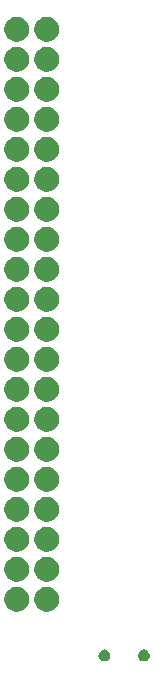
<source format=gbr>
G04 #@! TF.GenerationSoftware,KiCad,Pcbnew,5.0.2+dfsg1-1~bpo9+1*
G04 #@! TF.CreationDate,2019-10-23T09:45:10+02:00*
G04 #@! TF.ProjectId,zglue-demo-board,7a676c75-652d-4646-956d-6f2d626f6172,rev?*
G04 #@! TF.SameCoordinates,Original*
G04 #@! TF.FileFunction,Soldermask,Bot*
G04 #@! TF.FilePolarity,Negative*
%FSLAX46Y46*%
G04 Gerber Fmt 4.6, Leading zero omitted, Abs format (unit mm)*
G04 Created by KiCad (PCBNEW 5.0.2+dfsg1-1~bpo9+1) date Wed 23 Oct 2019 09:45:10 AM CEST*
%MOMM*%
%LPD*%
G01*
G04 APERTURE LIST*
%ADD10C,0.100000*%
G04 APERTURE END LIST*
D10*
G36*
X13146136Y-61393253D02*
X13237312Y-61431019D01*
X13319372Y-61485850D01*
X13389150Y-61555628D01*
X13443981Y-61637688D01*
X13481747Y-61728864D01*
X13501000Y-61825656D01*
X13501000Y-61924344D01*
X13481747Y-62021136D01*
X13443981Y-62112312D01*
X13389150Y-62194372D01*
X13319372Y-62264150D01*
X13237312Y-62318981D01*
X13146136Y-62356747D01*
X13049344Y-62376000D01*
X12950656Y-62376000D01*
X12853864Y-62356747D01*
X12762688Y-62318981D01*
X12680628Y-62264150D01*
X12610850Y-62194372D01*
X12556019Y-62112312D01*
X12518253Y-62021136D01*
X12499000Y-61924344D01*
X12499000Y-61825656D01*
X12518253Y-61728864D01*
X12556019Y-61637688D01*
X12610850Y-61555628D01*
X12680628Y-61485850D01*
X12762688Y-61431019D01*
X12853864Y-61393253D01*
X12950656Y-61374000D01*
X13049344Y-61374000D01*
X13146136Y-61393253D01*
X13146136Y-61393253D01*
G37*
G36*
X9796136Y-61393253D02*
X9887312Y-61431019D01*
X9969372Y-61485850D01*
X10039150Y-61555628D01*
X10093981Y-61637688D01*
X10131747Y-61728864D01*
X10151000Y-61825656D01*
X10151000Y-61924344D01*
X10131747Y-62021136D01*
X10093981Y-62112312D01*
X10039150Y-62194372D01*
X9969372Y-62264150D01*
X9887312Y-62318981D01*
X9796136Y-62356747D01*
X9699344Y-62376000D01*
X9600656Y-62376000D01*
X9503864Y-62356747D01*
X9412688Y-62318981D01*
X9330628Y-62264150D01*
X9260850Y-62194372D01*
X9206019Y-62112312D01*
X9168253Y-62021136D01*
X9149000Y-61924344D01*
X9149000Y-61825656D01*
X9168253Y-61728864D01*
X9206019Y-61637688D01*
X9260850Y-61555628D01*
X9330628Y-61485850D01*
X9412688Y-61431019D01*
X9503864Y-61393253D01*
X9600656Y-61374000D01*
X9699344Y-61374000D01*
X9796136Y-61393253D01*
X9796136Y-61393253D01*
G37*
G36*
X5076565Y-56119389D02*
X5267834Y-56198615D01*
X5439976Y-56313637D01*
X5586363Y-56460024D01*
X5701385Y-56632166D01*
X5780611Y-56823435D01*
X5821000Y-57026484D01*
X5821000Y-57233516D01*
X5780611Y-57436565D01*
X5701385Y-57627834D01*
X5586363Y-57799976D01*
X5439976Y-57946363D01*
X5267834Y-58061385D01*
X5076565Y-58140611D01*
X4873516Y-58181000D01*
X4666484Y-58181000D01*
X4463435Y-58140611D01*
X4272166Y-58061385D01*
X4100024Y-57946363D01*
X3953637Y-57799976D01*
X3838615Y-57627834D01*
X3759389Y-57436565D01*
X3719000Y-57233516D01*
X3719000Y-57026484D01*
X3759389Y-56823435D01*
X3838615Y-56632166D01*
X3953637Y-56460024D01*
X4100024Y-56313637D01*
X4272166Y-56198615D01*
X4463435Y-56119389D01*
X4666484Y-56079000D01*
X4873516Y-56079000D01*
X5076565Y-56119389D01*
X5076565Y-56119389D01*
G37*
G36*
X2536565Y-56119389D02*
X2727834Y-56198615D01*
X2899976Y-56313637D01*
X3046363Y-56460024D01*
X3161385Y-56632166D01*
X3240611Y-56823435D01*
X3281000Y-57026484D01*
X3281000Y-57233516D01*
X3240611Y-57436565D01*
X3161385Y-57627834D01*
X3046363Y-57799976D01*
X2899976Y-57946363D01*
X2727834Y-58061385D01*
X2536565Y-58140611D01*
X2333516Y-58181000D01*
X2126484Y-58181000D01*
X1923435Y-58140611D01*
X1732166Y-58061385D01*
X1560024Y-57946363D01*
X1413637Y-57799976D01*
X1298615Y-57627834D01*
X1219389Y-57436565D01*
X1179000Y-57233516D01*
X1179000Y-57026484D01*
X1219389Y-56823435D01*
X1298615Y-56632166D01*
X1413637Y-56460024D01*
X1560024Y-56313637D01*
X1732166Y-56198615D01*
X1923435Y-56119389D01*
X2126484Y-56079000D01*
X2333516Y-56079000D01*
X2536565Y-56119389D01*
X2536565Y-56119389D01*
G37*
G36*
X5076565Y-53579389D02*
X5267834Y-53658615D01*
X5439976Y-53773637D01*
X5586363Y-53920024D01*
X5701385Y-54092166D01*
X5780611Y-54283435D01*
X5821000Y-54486484D01*
X5821000Y-54693516D01*
X5780611Y-54896565D01*
X5701385Y-55087834D01*
X5586363Y-55259976D01*
X5439976Y-55406363D01*
X5267834Y-55521385D01*
X5076565Y-55600611D01*
X4873516Y-55641000D01*
X4666484Y-55641000D01*
X4463435Y-55600611D01*
X4272166Y-55521385D01*
X4100024Y-55406363D01*
X3953637Y-55259976D01*
X3838615Y-55087834D01*
X3759389Y-54896565D01*
X3719000Y-54693516D01*
X3719000Y-54486484D01*
X3759389Y-54283435D01*
X3838615Y-54092166D01*
X3953637Y-53920024D01*
X4100024Y-53773637D01*
X4272166Y-53658615D01*
X4463435Y-53579389D01*
X4666484Y-53539000D01*
X4873516Y-53539000D01*
X5076565Y-53579389D01*
X5076565Y-53579389D01*
G37*
G36*
X2536565Y-53579389D02*
X2727834Y-53658615D01*
X2899976Y-53773637D01*
X3046363Y-53920024D01*
X3161385Y-54092166D01*
X3240611Y-54283435D01*
X3281000Y-54486484D01*
X3281000Y-54693516D01*
X3240611Y-54896565D01*
X3161385Y-55087834D01*
X3046363Y-55259976D01*
X2899976Y-55406363D01*
X2727834Y-55521385D01*
X2536565Y-55600611D01*
X2333516Y-55641000D01*
X2126484Y-55641000D01*
X1923435Y-55600611D01*
X1732166Y-55521385D01*
X1560024Y-55406363D01*
X1413637Y-55259976D01*
X1298615Y-55087834D01*
X1219389Y-54896565D01*
X1179000Y-54693516D01*
X1179000Y-54486484D01*
X1219389Y-54283435D01*
X1298615Y-54092166D01*
X1413637Y-53920024D01*
X1560024Y-53773637D01*
X1732166Y-53658615D01*
X1923435Y-53579389D01*
X2126484Y-53539000D01*
X2333516Y-53539000D01*
X2536565Y-53579389D01*
X2536565Y-53579389D01*
G37*
G36*
X5076565Y-51039389D02*
X5267834Y-51118615D01*
X5439976Y-51233637D01*
X5586363Y-51380024D01*
X5701385Y-51552166D01*
X5780611Y-51743435D01*
X5821000Y-51946484D01*
X5821000Y-52153516D01*
X5780611Y-52356565D01*
X5701385Y-52547834D01*
X5586363Y-52719976D01*
X5439976Y-52866363D01*
X5267834Y-52981385D01*
X5076565Y-53060611D01*
X4873516Y-53101000D01*
X4666484Y-53101000D01*
X4463435Y-53060611D01*
X4272166Y-52981385D01*
X4100024Y-52866363D01*
X3953637Y-52719976D01*
X3838615Y-52547834D01*
X3759389Y-52356565D01*
X3719000Y-52153516D01*
X3719000Y-51946484D01*
X3759389Y-51743435D01*
X3838615Y-51552166D01*
X3953637Y-51380024D01*
X4100024Y-51233637D01*
X4272166Y-51118615D01*
X4463435Y-51039389D01*
X4666484Y-50999000D01*
X4873516Y-50999000D01*
X5076565Y-51039389D01*
X5076565Y-51039389D01*
G37*
G36*
X2536565Y-51039389D02*
X2727834Y-51118615D01*
X2899976Y-51233637D01*
X3046363Y-51380024D01*
X3161385Y-51552166D01*
X3240611Y-51743435D01*
X3281000Y-51946484D01*
X3281000Y-52153516D01*
X3240611Y-52356565D01*
X3161385Y-52547834D01*
X3046363Y-52719976D01*
X2899976Y-52866363D01*
X2727834Y-52981385D01*
X2536565Y-53060611D01*
X2333516Y-53101000D01*
X2126484Y-53101000D01*
X1923435Y-53060611D01*
X1732166Y-52981385D01*
X1560024Y-52866363D01*
X1413637Y-52719976D01*
X1298615Y-52547834D01*
X1219389Y-52356565D01*
X1179000Y-52153516D01*
X1179000Y-51946484D01*
X1219389Y-51743435D01*
X1298615Y-51552166D01*
X1413637Y-51380024D01*
X1560024Y-51233637D01*
X1732166Y-51118615D01*
X1923435Y-51039389D01*
X2126484Y-50999000D01*
X2333516Y-50999000D01*
X2536565Y-51039389D01*
X2536565Y-51039389D01*
G37*
G36*
X5076565Y-48499389D02*
X5267834Y-48578615D01*
X5439976Y-48693637D01*
X5586363Y-48840024D01*
X5701385Y-49012166D01*
X5780611Y-49203435D01*
X5821000Y-49406484D01*
X5821000Y-49613516D01*
X5780611Y-49816565D01*
X5701385Y-50007834D01*
X5586363Y-50179976D01*
X5439976Y-50326363D01*
X5267834Y-50441385D01*
X5076565Y-50520611D01*
X4873516Y-50561000D01*
X4666484Y-50561000D01*
X4463435Y-50520611D01*
X4272166Y-50441385D01*
X4100024Y-50326363D01*
X3953637Y-50179976D01*
X3838615Y-50007834D01*
X3759389Y-49816565D01*
X3719000Y-49613516D01*
X3719000Y-49406484D01*
X3759389Y-49203435D01*
X3838615Y-49012166D01*
X3953637Y-48840024D01*
X4100024Y-48693637D01*
X4272166Y-48578615D01*
X4463435Y-48499389D01*
X4666484Y-48459000D01*
X4873516Y-48459000D01*
X5076565Y-48499389D01*
X5076565Y-48499389D01*
G37*
G36*
X2536565Y-48499389D02*
X2727834Y-48578615D01*
X2899976Y-48693637D01*
X3046363Y-48840024D01*
X3161385Y-49012166D01*
X3240611Y-49203435D01*
X3281000Y-49406484D01*
X3281000Y-49613516D01*
X3240611Y-49816565D01*
X3161385Y-50007834D01*
X3046363Y-50179976D01*
X2899976Y-50326363D01*
X2727834Y-50441385D01*
X2536565Y-50520611D01*
X2333516Y-50561000D01*
X2126484Y-50561000D01*
X1923435Y-50520611D01*
X1732166Y-50441385D01*
X1560024Y-50326363D01*
X1413637Y-50179976D01*
X1298615Y-50007834D01*
X1219389Y-49816565D01*
X1179000Y-49613516D01*
X1179000Y-49406484D01*
X1219389Y-49203435D01*
X1298615Y-49012166D01*
X1413637Y-48840024D01*
X1560024Y-48693637D01*
X1732166Y-48578615D01*
X1923435Y-48499389D01*
X2126484Y-48459000D01*
X2333516Y-48459000D01*
X2536565Y-48499389D01*
X2536565Y-48499389D01*
G37*
G36*
X5076565Y-45959389D02*
X5267834Y-46038615D01*
X5439976Y-46153637D01*
X5586363Y-46300024D01*
X5701385Y-46472166D01*
X5780611Y-46663435D01*
X5821000Y-46866484D01*
X5821000Y-47073516D01*
X5780611Y-47276565D01*
X5701385Y-47467834D01*
X5586363Y-47639976D01*
X5439976Y-47786363D01*
X5267834Y-47901385D01*
X5076565Y-47980611D01*
X4873516Y-48021000D01*
X4666484Y-48021000D01*
X4463435Y-47980611D01*
X4272166Y-47901385D01*
X4100024Y-47786363D01*
X3953637Y-47639976D01*
X3838615Y-47467834D01*
X3759389Y-47276565D01*
X3719000Y-47073516D01*
X3719000Y-46866484D01*
X3759389Y-46663435D01*
X3838615Y-46472166D01*
X3953637Y-46300024D01*
X4100024Y-46153637D01*
X4272166Y-46038615D01*
X4463435Y-45959389D01*
X4666484Y-45919000D01*
X4873516Y-45919000D01*
X5076565Y-45959389D01*
X5076565Y-45959389D01*
G37*
G36*
X2536565Y-45959389D02*
X2727834Y-46038615D01*
X2899976Y-46153637D01*
X3046363Y-46300024D01*
X3161385Y-46472166D01*
X3240611Y-46663435D01*
X3281000Y-46866484D01*
X3281000Y-47073516D01*
X3240611Y-47276565D01*
X3161385Y-47467834D01*
X3046363Y-47639976D01*
X2899976Y-47786363D01*
X2727834Y-47901385D01*
X2536565Y-47980611D01*
X2333516Y-48021000D01*
X2126484Y-48021000D01*
X1923435Y-47980611D01*
X1732166Y-47901385D01*
X1560024Y-47786363D01*
X1413637Y-47639976D01*
X1298615Y-47467834D01*
X1219389Y-47276565D01*
X1179000Y-47073516D01*
X1179000Y-46866484D01*
X1219389Y-46663435D01*
X1298615Y-46472166D01*
X1413637Y-46300024D01*
X1560024Y-46153637D01*
X1732166Y-46038615D01*
X1923435Y-45959389D01*
X2126484Y-45919000D01*
X2333516Y-45919000D01*
X2536565Y-45959389D01*
X2536565Y-45959389D01*
G37*
G36*
X5076565Y-43419389D02*
X5267834Y-43498615D01*
X5439976Y-43613637D01*
X5586363Y-43760024D01*
X5701385Y-43932166D01*
X5780611Y-44123435D01*
X5821000Y-44326484D01*
X5821000Y-44533516D01*
X5780611Y-44736565D01*
X5701385Y-44927834D01*
X5586363Y-45099976D01*
X5439976Y-45246363D01*
X5267834Y-45361385D01*
X5076565Y-45440611D01*
X4873516Y-45481000D01*
X4666484Y-45481000D01*
X4463435Y-45440611D01*
X4272166Y-45361385D01*
X4100024Y-45246363D01*
X3953637Y-45099976D01*
X3838615Y-44927834D01*
X3759389Y-44736565D01*
X3719000Y-44533516D01*
X3719000Y-44326484D01*
X3759389Y-44123435D01*
X3838615Y-43932166D01*
X3953637Y-43760024D01*
X4100024Y-43613637D01*
X4272166Y-43498615D01*
X4463435Y-43419389D01*
X4666484Y-43379000D01*
X4873516Y-43379000D01*
X5076565Y-43419389D01*
X5076565Y-43419389D01*
G37*
G36*
X2536565Y-43419389D02*
X2727834Y-43498615D01*
X2899976Y-43613637D01*
X3046363Y-43760024D01*
X3161385Y-43932166D01*
X3240611Y-44123435D01*
X3281000Y-44326484D01*
X3281000Y-44533516D01*
X3240611Y-44736565D01*
X3161385Y-44927834D01*
X3046363Y-45099976D01*
X2899976Y-45246363D01*
X2727834Y-45361385D01*
X2536565Y-45440611D01*
X2333516Y-45481000D01*
X2126484Y-45481000D01*
X1923435Y-45440611D01*
X1732166Y-45361385D01*
X1560024Y-45246363D01*
X1413637Y-45099976D01*
X1298615Y-44927834D01*
X1219389Y-44736565D01*
X1179000Y-44533516D01*
X1179000Y-44326484D01*
X1219389Y-44123435D01*
X1298615Y-43932166D01*
X1413637Y-43760024D01*
X1560024Y-43613637D01*
X1732166Y-43498615D01*
X1923435Y-43419389D01*
X2126484Y-43379000D01*
X2333516Y-43379000D01*
X2536565Y-43419389D01*
X2536565Y-43419389D01*
G37*
G36*
X5076565Y-40879389D02*
X5267834Y-40958615D01*
X5439976Y-41073637D01*
X5586363Y-41220024D01*
X5701385Y-41392166D01*
X5780611Y-41583435D01*
X5821000Y-41786484D01*
X5821000Y-41993516D01*
X5780611Y-42196565D01*
X5701385Y-42387834D01*
X5586363Y-42559976D01*
X5439976Y-42706363D01*
X5267834Y-42821385D01*
X5076565Y-42900611D01*
X4873516Y-42941000D01*
X4666484Y-42941000D01*
X4463435Y-42900611D01*
X4272166Y-42821385D01*
X4100024Y-42706363D01*
X3953637Y-42559976D01*
X3838615Y-42387834D01*
X3759389Y-42196565D01*
X3719000Y-41993516D01*
X3719000Y-41786484D01*
X3759389Y-41583435D01*
X3838615Y-41392166D01*
X3953637Y-41220024D01*
X4100024Y-41073637D01*
X4272166Y-40958615D01*
X4463435Y-40879389D01*
X4666484Y-40839000D01*
X4873516Y-40839000D01*
X5076565Y-40879389D01*
X5076565Y-40879389D01*
G37*
G36*
X2536565Y-40879389D02*
X2727834Y-40958615D01*
X2899976Y-41073637D01*
X3046363Y-41220024D01*
X3161385Y-41392166D01*
X3240611Y-41583435D01*
X3281000Y-41786484D01*
X3281000Y-41993516D01*
X3240611Y-42196565D01*
X3161385Y-42387834D01*
X3046363Y-42559976D01*
X2899976Y-42706363D01*
X2727834Y-42821385D01*
X2536565Y-42900611D01*
X2333516Y-42941000D01*
X2126484Y-42941000D01*
X1923435Y-42900611D01*
X1732166Y-42821385D01*
X1560024Y-42706363D01*
X1413637Y-42559976D01*
X1298615Y-42387834D01*
X1219389Y-42196565D01*
X1179000Y-41993516D01*
X1179000Y-41786484D01*
X1219389Y-41583435D01*
X1298615Y-41392166D01*
X1413637Y-41220024D01*
X1560024Y-41073637D01*
X1732166Y-40958615D01*
X1923435Y-40879389D01*
X2126484Y-40839000D01*
X2333516Y-40839000D01*
X2536565Y-40879389D01*
X2536565Y-40879389D01*
G37*
G36*
X5076565Y-38339389D02*
X5267834Y-38418615D01*
X5439976Y-38533637D01*
X5586363Y-38680024D01*
X5701385Y-38852166D01*
X5780611Y-39043435D01*
X5821000Y-39246484D01*
X5821000Y-39453516D01*
X5780611Y-39656565D01*
X5701385Y-39847834D01*
X5586363Y-40019976D01*
X5439976Y-40166363D01*
X5267834Y-40281385D01*
X5076565Y-40360611D01*
X4873516Y-40401000D01*
X4666484Y-40401000D01*
X4463435Y-40360611D01*
X4272166Y-40281385D01*
X4100024Y-40166363D01*
X3953637Y-40019976D01*
X3838615Y-39847834D01*
X3759389Y-39656565D01*
X3719000Y-39453516D01*
X3719000Y-39246484D01*
X3759389Y-39043435D01*
X3838615Y-38852166D01*
X3953637Y-38680024D01*
X4100024Y-38533637D01*
X4272166Y-38418615D01*
X4463435Y-38339389D01*
X4666484Y-38299000D01*
X4873516Y-38299000D01*
X5076565Y-38339389D01*
X5076565Y-38339389D01*
G37*
G36*
X2536565Y-38339389D02*
X2727834Y-38418615D01*
X2899976Y-38533637D01*
X3046363Y-38680024D01*
X3161385Y-38852166D01*
X3240611Y-39043435D01*
X3281000Y-39246484D01*
X3281000Y-39453516D01*
X3240611Y-39656565D01*
X3161385Y-39847834D01*
X3046363Y-40019976D01*
X2899976Y-40166363D01*
X2727834Y-40281385D01*
X2536565Y-40360611D01*
X2333516Y-40401000D01*
X2126484Y-40401000D01*
X1923435Y-40360611D01*
X1732166Y-40281385D01*
X1560024Y-40166363D01*
X1413637Y-40019976D01*
X1298615Y-39847834D01*
X1219389Y-39656565D01*
X1179000Y-39453516D01*
X1179000Y-39246484D01*
X1219389Y-39043435D01*
X1298615Y-38852166D01*
X1413637Y-38680024D01*
X1560024Y-38533637D01*
X1732166Y-38418615D01*
X1923435Y-38339389D01*
X2126484Y-38299000D01*
X2333516Y-38299000D01*
X2536565Y-38339389D01*
X2536565Y-38339389D01*
G37*
G36*
X2536565Y-35799389D02*
X2727834Y-35878615D01*
X2899976Y-35993637D01*
X3046363Y-36140024D01*
X3161385Y-36312166D01*
X3240611Y-36503435D01*
X3281000Y-36706484D01*
X3281000Y-36913516D01*
X3240611Y-37116565D01*
X3161385Y-37307834D01*
X3046363Y-37479976D01*
X2899976Y-37626363D01*
X2727834Y-37741385D01*
X2536565Y-37820611D01*
X2333516Y-37861000D01*
X2126484Y-37861000D01*
X1923435Y-37820611D01*
X1732166Y-37741385D01*
X1560024Y-37626363D01*
X1413637Y-37479976D01*
X1298615Y-37307834D01*
X1219389Y-37116565D01*
X1179000Y-36913516D01*
X1179000Y-36706484D01*
X1219389Y-36503435D01*
X1298615Y-36312166D01*
X1413637Y-36140024D01*
X1560024Y-35993637D01*
X1732166Y-35878615D01*
X1923435Y-35799389D01*
X2126484Y-35759000D01*
X2333516Y-35759000D01*
X2536565Y-35799389D01*
X2536565Y-35799389D01*
G37*
G36*
X5076565Y-35799389D02*
X5267834Y-35878615D01*
X5439976Y-35993637D01*
X5586363Y-36140024D01*
X5701385Y-36312166D01*
X5780611Y-36503435D01*
X5821000Y-36706484D01*
X5821000Y-36913516D01*
X5780611Y-37116565D01*
X5701385Y-37307834D01*
X5586363Y-37479976D01*
X5439976Y-37626363D01*
X5267834Y-37741385D01*
X5076565Y-37820611D01*
X4873516Y-37861000D01*
X4666484Y-37861000D01*
X4463435Y-37820611D01*
X4272166Y-37741385D01*
X4100024Y-37626363D01*
X3953637Y-37479976D01*
X3838615Y-37307834D01*
X3759389Y-37116565D01*
X3719000Y-36913516D01*
X3719000Y-36706484D01*
X3759389Y-36503435D01*
X3838615Y-36312166D01*
X3953637Y-36140024D01*
X4100024Y-35993637D01*
X4272166Y-35878615D01*
X4463435Y-35799389D01*
X4666484Y-35759000D01*
X4873516Y-35759000D01*
X5076565Y-35799389D01*
X5076565Y-35799389D01*
G37*
G36*
X5076565Y-33259389D02*
X5267834Y-33338615D01*
X5439976Y-33453637D01*
X5586363Y-33600024D01*
X5701385Y-33772166D01*
X5780611Y-33963435D01*
X5821000Y-34166484D01*
X5821000Y-34373516D01*
X5780611Y-34576565D01*
X5701385Y-34767834D01*
X5586363Y-34939976D01*
X5439976Y-35086363D01*
X5267834Y-35201385D01*
X5076565Y-35280611D01*
X4873516Y-35321000D01*
X4666484Y-35321000D01*
X4463435Y-35280611D01*
X4272166Y-35201385D01*
X4100024Y-35086363D01*
X3953637Y-34939976D01*
X3838615Y-34767834D01*
X3759389Y-34576565D01*
X3719000Y-34373516D01*
X3719000Y-34166484D01*
X3759389Y-33963435D01*
X3838615Y-33772166D01*
X3953637Y-33600024D01*
X4100024Y-33453637D01*
X4272166Y-33338615D01*
X4463435Y-33259389D01*
X4666484Y-33219000D01*
X4873516Y-33219000D01*
X5076565Y-33259389D01*
X5076565Y-33259389D01*
G37*
G36*
X2536565Y-33259389D02*
X2727834Y-33338615D01*
X2899976Y-33453637D01*
X3046363Y-33600024D01*
X3161385Y-33772166D01*
X3240611Y-33963435D01*
X3281000Y-34166484D01*
X3281000Y-34373516D01*
X3240611Y-34576565D01*
X3161385Y-34767834D01*
X3046363Y-34939976D01*
X2899976Y-35086363D01*
X2727834Y-35201385D01*
X2536565Y-35280611D01*
X2333516Y-35321000D01*
X2126484Y-35321000D01*
X1923435Y-35280611D01*
X1732166Y-35201385D01*
X1560024Y-35086363D01*
X1413637Y-34939976D01*
X1298615Y-34767834D01*
X1219389Y-34576565D01*
X1179000Y-34373516D01*
X1179000Y-34166484D01*
X1219389Y-33963435D01*
X1298615Y-33772166D01*
X1413637Y-33600024D01*
X1560024Y-33453637D01*
X1732166Y-33338615D01*
X1923435Y-33259389D01*
X2126484Y-33219000D01*
X2333516Y-33219000D01*
X2536565Y-33259389D01*
X2536565Y-33259389D01*
G37*
G36*
X2536565Y-30719389D02*
X2727834Y-30798615D01*
X2899976Y-30913637D01*
X3046363Y-31060024D01*
X3161385Y-31232166D01*
X3240611Y-31423435D01*
X3281000Y-31626484D01*
X3281000Y-31833516D01*
X3240611Y-32036565D01*
X3161385Y-32227834D01*
X3046363Y-32399976D01*
X2899976Y-32546363D01*
X2727834Y-32661385D01*
X2536565Y-32740611D01*
X2333516Y-32781000D01*
X2126484Y-32781000D01*
X1923435Y-32740611D01*
X1732166Y-32661385D01*
X1560024Y-32546363D01*
X1413637Y-32399976D01*
X1298615Y-32227834D01*
X1219389Y-32036565D01*
X1179000Y-31833516D01*
X1179000Y-31626484D01*
X1219389Y-31423435D01*
X1298615Y-31232166D01*
X1413637Y-31060024D01*
X1560024Y-30913637D01*
X1732166Y-30798615D01*
X1923435Y-30719389D01*
X2126484Y-30679000D01*
X2333516Y-30679000D01*
X2536565Y-30719389D01*
X2536565Y-30719389D01*
G37*
G36*
X5076565Y-30719389D02*
X5267834Y-30798615D01*
X5439976Y-30913637D01*
X5586363Y-31060024D01*
X5701385Y-31232166D01*
X5780611Y-31423435D01*
X5821000Y-31626484D01*
X5821000Y-31833516D01*
X5780611Y-32036565D01*
X5701385Y-32227834D01*
X5586363Y-32399976D01*
X5439976Y-32546363D01*
X5267834Y-32661385D01*
X5076565Y-32740611D01*
X4873516Y-32781000D01*
X4666484Y-32781000D01*
X4463435Y-32740611D01*
X4272166Y-32661385D01*
X4100024Y-32546363D01*
X3953637Y-32399976D01*
X3838615Y-32227834D01*
X3759389Y-32036565D01*
X3719000Y-31833516D01*
X3719000Y-31626484D01*
X3759389Y-31423435D01*
X3838615Y-31232166D01*
X3953637Y-31060024D01*
X4100024Y-30913637D01*
X4272166Y-30798615D01*
X4463435Y-30719389D01*
X4666484Y-30679000D01*
X4873516Y-30679000D01*
X5076565Y-30719389D01*
X5076565Y-30719389D01*
G37*
G36*
X2536565Y-28179389D02*
X2727834Y-28258615D01*
X2899976Y-28373637D01*
X3046363Y-28520024D01*
X3161385Y-28692166D01*
X3240611Y-28883435D01*
X3281000Y-29086484D01*
X3281000Y-29293516D01*
X3240611Y-29496565D01*
X3161385Y-29687834D01*
X3046363Y-29859976D01*
X2899976Y-30006363D01*
X2727834Y-30121385D01*
X2536565Y-30200611D01*
X2333516Y-30241000D01*
X2126484Y-30241000D01*
X1923435Y-30200611D01*
X1732166Y-30121385D01*
X1560024Y-30006363D01*
X1413637Y-29859976D01*
X1298615Y-29687834D01*
X1219389Y-29496565D01*
X1179000Y-29293516D01*
X1179000Y-29086484D01*
X1219389Y-28883435D01*
X1298615Y-28692166D01*
X1413637Y-28520024D01*
X1560024Y-28373637D01*
X1732166Y-28258615D01*
X1923435Y-28179389D01*
X2126484Y-28139000D01*
X2333516Y-28139000D01*
X2536565Y-28179389D01*
X2536565Y-28179389D01*
G37*
G36*
X5076565Y-28179389D02*
X5267834Y-28258615D01*
X5439976Y-28373637D01*
X5586363Y-28520024D01*
X5701385Y-28692166D01*
X5780611Y-28883435D01*
X5821000Y-29086484D01*
X5821000Y-29293516D01*
X5780611Y-29496565D01*
X5701385Y-29687834D01*
X5586363Y-29859976D01*
X5439976Y-30006363D01*
X5267834Y-30121385D01*
X5076565Y-30200611D01*
X4873516Y-30241000D01*
X4666484Y-30241000D01*
X4463435Y-30200611D01*
X4272166Y-30121385D01*
X4100024Y-30006363D01*
X3953637Y-29859976D01*
X3838615Y-29687834D01*
X3759389Y-29496565D01*
X3719000Y-29293516D01*
X3719000Y-29086484D01*
X3759389Y-28883435D01*
X3838615Y-28692166D01*
X3953637Y-28520024D01*
X4100024Y-28373637D01*
X4272166Y-28258615D01*
X4463435Y-28179389D01*
X4666484Y-28139000D01*
X4873516Y-28139000D01*
X5076565Y-28179389D01*
X5076565Y-28179389D01*
G37*
G36*
X5076565Y-25639389D02*
X5267834Y-25718615D01*
X5439976Y-25833637D01*
X5586363Y-25980024D01*
X5701385Y-26152166D01*
X5780611Y-26343435D01*
X5821000Y-26546484D01*
X5821000Y-26753516D01*
X5780611Y-26956565D01*
X5701385Y-27147834D01*
X5586363Y-27319976D01*
X5439976Y-27466363D01*
X5267834Y-27581385D01*
X5076565Y-27660611D01*
X4873516Y-27701000D01*
X4666484Y-27701000D01*
X4463435Y-27660611D01*
X4272166Y-27581385D01*
X4100024Y-27466363D01*
X3953637Y-27319976D01*
X3838615Y-27147834D01*
X3759389Y-26956565D01*
X3719000Y-26753516D01*
X3719000Y-26546484D01*
X3759389Y-26343435D01*
X3838615Y-26152166D01*
X3953637Y-25980024D01*
X4100024Y-25833637D01*
X4272166Y-25718615D01*
X4463435Y-25639389D01*
X4666484Y-25599000D01*
X4873516Y-25599000D01*
X5076565Y-25639389D01*
X5076565Y-25639389D01*
G37*
G36*
X2536565Y-25639389D02*
X2727834Y-25718615D01*
X2899976Y-25833637D01*
X3046363Y-25980024D01*
X3161385Y-26152166D01*
X3240611Y-26343435D01*
X3281000Y-26546484D01*
X3281000Y-26753516D01*
X3240611Y-26956565D01*
X3161385Y-27147834D01*
X3046363Y-27319976D01*
X2899976Y-27466363D01*
X2727834Y-27581385D01*
X2536565Y-27660611D01*
X2333516Y-27701000D01*
X2126484Y-27701000D01*
X1923435Y-27660611D01*
X1732166Y-27581385D01*
X1560024Y-27466363D01*
X1413637Y-27319976D01*
X1298615Y-27147834D01*
X1219389Y-26956565D01*
X1179000Y-26753516D01*
X1179000Y-26546484D01*
X1219389Y-26343435D01*
X1298615Y-26152166D01*
X1413637Y-25980024D01*
X1560024Y-25833637D01*
X1732166Y-25718615D01*
X1923435Y-25639389D01*
X2126484Y-25599000D01*
X2333516Y-25599000D01*
X2536565Y-25639389D01*
X2536565Y-25639389D01*
G37*
G36*
X5076565Y-23099389D02*
X5267834Y-23178615D01*
X5439976Y-23293637D01*
X5586363Y-23440024D01*
X5701385Y-23612166D01*
X5780611Y-23803435D01*
X5821000Y-24006484D01*
X5821000Y-24213516D01*
X5780611Y-24416565D01*
X5701385Y-24607834D01*
X5586363Y-24779976D01*
X5439976Y-24926363D01*
X5267834Y-25041385D01*
X5076565Y-25120611D01*
X4873516Y-25161000D01*
X4666484Y-25161000D01*
X4463435Y-25120611D01*
X4272166Y-25041385D01*
X4100024Y-24926363D01*
X3953637Y-24779976D01*
X3838615Y-24607834D01*
X3759389Y-24416565D01*
X3719000Y-24213516D01*
X3719000Y-24006484D01*
X3759389Y-23803435D01*
X3838615Y-23612166D01*
X3953637Y-23440024D01*
X4100024Y-23293637D01*
X4272166Y-23178615D01*
X4463435Y-23099389D01*
X4666484Y-23059000D01*
X4873516Y-23059000D01*
X5076565Y-23099389D01*
X5076565Y-23099389D01*
G37*
G36*
X2536565Y-23099389D02*
X2727834Y-23178615D01*
X2899976Y-23293637D01*
X3046363Y-23440024D01*
X3161385Y-23612166D01*
X3240611Y-23803435D01*
X3281000Y-24006484D01*
X3281000Y-24213516D01*
X3240611Y-24416565D01*
X3161385Y-24607834D01*
X3046363Y-24779976D01*
X2899976Y-24926363D01*
X2727834Y-25041385D01*
X2536565Y-25120611D01*
X2333516Y-25161000D01*
X2126484Y-25161000D01*
X1923435Y-25120611D01*
X1732166Y-25041385D01*
X1560024Y-24926363D01*
X1413637Y-24779976D01*
X1298615Y-24607834D01*
X1219389Y-24416565D01*
X1179000Y-24213516D01*
X1179000Y-24006484D01*
X1219389Y-23803435D01*
X1298615Y-23612166D01*
X1413637Y-23440024D01*
X1560024Y-23293637D01*
X1732166Y-23178615D01*
X1923435Y-23099389D01*
X2126484Y-23059000D01*
X2333516Y-23059000D01*
X2536565Y-23099389D01*
X2536565Y-23099389D01*
G37*
G36*
X2536565Y-20559389D02*
X2727834Y-20638615D01*
X2899976Y-20753637D01*
X3046363Y-20900024D01*
X3161385Y-21072166D01*
X3240611Y-21263435D01*
X3281000Y-21466484D01*
X3281000Y-21673516D01*
X3240611Y-21876565D01*
X3161385Y-22067834D01*
X3046363Y-22239976D01*
X2899976Y-22386363D01*
X2727834Y-22501385D01*
X2536565Y-22580611D01*
X2333516Y-22621000D01*
X2126484Y-22621000D01*
X1923435Y-22580611D01*
X1732166Y-22501385D01*
X1560024Y-22386363D01*
X1413637Y-22239976D01*
X1298615Y-22067834D01*
X1219389Y-21876565D01*
X1179000Y-21673516D01*
X1179000Y-21466484D01*
X1219389Y-21263435D01*
X1298615Y-21072166D01*
X1413637Y-20900024D01*
X1560024Y-20753637D01*
X1732166Y-20638615D01*
X1923435Y-20559389D01*
X2126484Y-20519000D01*
X2333516Y-20519000D01*
X2536565Y-20559389D01*
X2536565Y-20559389D01*
G37*
G36*
X5076565Y-20559389D02*
X5267834Y-20638615D01*
X5439976Y-20753637D01*
X5586363Y-20900024D01*
X5701385Y-21072166D01*
X5780611Y-21263435D01*
X5821000Y-21466484D01*
X5821000Y-21673516D01*
X5780611Y-21876565D01*
X5701385Y-22067834D01*
X5586363Y-22239976D01*
X5439976Y-22386363D01*
X5267834Y-22501385D01*
X5076565Y-22580611D01*
X4873516Y-22621000D01*
X4666484Y-22621000D01*
X4463435Y-22580611D01*
X4272166Y-22501385D01*
X4100024Y-22386363D01*
X3953637Y-22239976D01*
X3838615Y-22067834D01*
X3759389Y-21876565D01*
X3719000Y-21673516D01*
X3719000Y-21466484D01*
X3759389Y-21263435D01*
X3838615Y-21072166D01*
X3953637Y-20900024D01*
X4100024Y-20753637D01*
X4272166Y-20638615D01*
X4463435Y-20559389D01*
X4666484Y-20519000D01*
X4873516Y-20519000D01*
X5076565Y-20559389D01*
X5076565Y-20559389D01*
G37*
G36*
X5076565Y-18019389D02*
X5267834Y-18098615D01*
X5439976Y-18213637D01*
X5586363Y-18360024D01*
X5701385Y-18532166D01*
X5780611Y-18723435D01*
X5821000Y-18926484D01*
X5821000Y-19133516D01*
X5780611Y-19336565D01*
X5701385Y-19527834D01*
X5586363Y-19699976D01*
X5439976Y-19846363D01*
X5267834Y-19961385D01*
X5076565Y-20040611D01*
X4873516Y-20081000D01*
X4666484Y-20081000D01*
X4463435Y-20040611D01*
X4272166Y-19961385D01*
X4100024Y-19846363D01*
X3953637Y-19699976D01*
X3838615Y-19527834D01*
X3759389Y-19336565D01*
X3719000Y-19133516D01*
X3719000Y-18926484D01*
X3759389Y-18723435D01*
X3838615Y-18532166D01*
X3953637Y-18360024D01*
X4100024Y-18213637D01*
X4272166Y-18098615D01*
X4463435Y-18019389D01*
X4666484Y-17979000D01*
X4873516Y-17979000D01*
X5076565Y-18019389D01*
X5076565Y-18019389D01*
G37*
G36*
X2536565Y-18019389D02*
X2727834Y-18098615D01*
X2899976Y-18213637D01*
X3046363Y-18360024D01*
X3161385Y-18532166D01*
X3240611Y-18723435D01*
X3281000Y-18926484D01*
X3281000Y-19133516D01*
X3240611Y-19336565D01*
X3161385Y-19527834D01*
X3046363Y-19699976D01*
X2899976Y-19846363D01*
X2727834Y-19961385D01*
X2536565Y-20040611D01*
X2333516Y-20081000D01*
X2126484Y-20081000D01*
X1923435Y-20040611D01*
X1732166Y-19961385D01*
X1560024Y-19846363D01*
X1413637Y-19699976D01*
X1298615Y-19527834D01*
X1219389Y-19336565D01*
X1179000Y-19133516D01*
X1179000Y-18926484D01*
X1219389Y-18723435D01*
X1298615Y-18532166D01*
X1413637Y-18360024D01*
X1560024Y-18213637D01*
X1732166Y-18098615D01*
X1923435Y-18019389D01*
X2126484Y-17979000D01*
X2333516Y-17979000D01*
X2536565Y-18019389D01*
X2536565Y-18019389D01*
G37*
G36*
X2536565Y-15479389D02*
X2727834Y-15558615D01*
X2899976Y-15673637D01*
X3046363Y-15820024D01*
X3161385Y-15992166D01*
X3240611Y-16183435D01*
X3281000Y-16386484D01*
X3281000Y-16593516D01*
X3240611Y-16796565D01*
X3161385Y-16987834D01*
X3046363Y-17159976D01*
X2899976Y-17306363D01*
X2727834Y-17421385D01*
X2536565Y-17500611D01*
X2333516Y-17541000D01*
X2126484Y-17541000D01*
X1923435Y-17500611D01*
X1732166Y-17421385D01*
X1560024Y-17306363D01*
X1413637Y-17159976D01*
X1298615Y-16987834D01*
X1219389Y-16796565D01*
X1179000Y-16593516D01*
X1179000Y-16386484D01*
X1219389Y-16183435D01*
X1298615Y-15992166D01*
X1413637Y-15820024D01*
X1560024Y-15673637D01*
X1732166Y-15558615D01*
X1923435Y-15479389D01*
X2126484Y-15439000D01*
X2333516Y-15439000D01*
X2536565Y-15479389D01*
X2536565Y-15479389D01*
G37*
G36*
X5076565Y-15479389D02*
X5267834Y-15558615D01*
X5439976Y-15673637D01*
X5586363Y-15820024D01*
X5701385Y-15992166D01*
X5780611Y-16183435D01*
X5821000Y-16386484D01*
X5821000Y-16593516D01*
X5780611Y-16796565D01*
X5701385Y-16987834D01*
X5586363Y-17159976D01*
X5439976Y-17306363D01*
X5267834Y-17421385D01*
X5076565Y-17500611D01*
X4873516Y-17541000D01*
X4666484Y-17541000D01*
X4463435Y-17500611D01*
X4272166Y-17421385D01*
X4100024Y-17306363D01*
X3953637Y-17159976D01*
X3838615Y-16987834D01*
X3759389Y-16796565D01*
X3719000Y-16593516D01*
X3719000Y-16386484D01*
X3759389Y-16183435D01*
X3838615Y-15992166D01*
X3953637Y-15820024D01*
X4100024Y-15673637D01*
X4272166Y-15558615D01*
X4463435Y-15479389D01*
X4666484Y-15439000D01*
X4873516Y-15439000D01*
X5076565Y-15479389D01*
X5076565Y-15479389D01*
G37*
G36*
X5076565Y-12939389D02*
X5267834Y-13018615D01*
X5439976Y-13133637D01*
X5586363Y-13280024D01*
X5701385Y-13452166D01*
X5780611Y-13643435D01*
X5821000Y-13846484D01*
X5821000Y-14053516D01*
X5780611Y-14256565D01*
X5701385Y-14447834D01*
X5586363Y-14619976D01*
X5439976Y-14766363D01*
X5267834Y-14881385D01*
X5076565Y-14960611D01*
X4873516Y-15001000D01*
X4666484Y-15001000D01*
X4463435Y-14960611D01*
X4272166Y-14881385D01*
X4100024Y-14766363D01*
X3953637Y-14619976D01*
X3838615Y-14447834D01*
X3759389Y-14256565D01*
X3719000Y-14053516D01*
X3719000Y-13846484D01*
X3759389Y-13643435D01*
X3838615Y-13452166D01*
X3953637Y-13280024D01*
X4100024Y-13133637D01*
X4272166Y-13018615D01*
X4463435Y-12939389D01*
X4666484Y-12899000D01*
X4873516Y-12899000D01*
X5076565Y-12939389D01*
X5076565Y-12939389D01*
G37*
G36*
X2536565Y-12939389D02*
X2727834Y-13018615D01*
X2899976Y-13133637D01*
X3046363Y-13280024D01*
X3161385Y-13452166D01*
X3240611Y-13643435D01*
X3281000Y-13846484D01*
X3281000Y-14053516D01*
X3240611Y-14256565D01*
X3161385Y-14447834D01*
X3046363Y-14619976D01*
X2899976Y-14766363D01*
X2727834Y-14881385D01*
X2536565Y-14960611D01*
X2333516Y-15001000D01*
X2126484Y-15001000D01*
X1923435Y-14960611D01*
X1732166Y-14881385D01*
X1560024Y-14766363D01*
X1413637Y-14619976D01*
X1298615Y-14447834D01*
X1219389Y-14256565D01*
X1179000Y-14053516D01*
X1179000Y-13846484D01*
X1219389Y-13643435D01*
X1298615Y-13452166D01*
X1413637Y-13280024D01*
X1560024Y-13133637D01*
X1732166Y-13018615D01*
X1923435Y-12939389D01*
X2126484Y-12899000D01*
X2333516Y-12899000D01*
X2536565Y-12939389D01*
X2536565Y-12939389D01*
G37*
G36*
X5076565Y-10399389D02*
X5267834Y-10478615D01*
X5439976Y-10593637D01*
X5586363Y-10740024D01*
X5701385Y-10912166D01*
X5780611Y-11103435D01*
X5821000Y-11306484D01*
X5821000Y-11513516D01*
X5780611Y-11716565D01*
X5701385Y-11907834D01*
X5586363Y-12079976D01*
X5439976Y-12226363D01*
X5267834Y-12341385D01*
X5076565Y-12420611D01*
X4873516Y-12461000D01*
X4666484Y-12461000D01*
X4463435Y-12420611D01*
X4272166Y-12341385D01*
X4100024Y-12226363D01*
X3953637Y-12079976D01*
X3838615Y-11907834D01*
X3759389Y-11716565D01*
X3719000Y-11513516D01*
X3719000Y-11306484D01*
X3759389Y-11103435D01*
X3838615Y-10912166D01*
X3953637Y-10740024D01*
X4100024Y-10593637D01*
X4272166Y-10478615D01*
X4463435Y-10399389D01*
X4666484Y-10359000D01*
X4873516Y-10359000D01*
X5076565Y-10399389D01*
X5076565Y-10399389D01*
G37*
G36*
X2536565Y-10399389D02*
X2727834Y-10478615D01*
X2899976Y-10593637D01*
X3046363Y-10740024D01*
X3161385Y-10912166D01*
X3240611Y-11103435D01*
X3281000Y-11306484D01*
X3281000Y-11513516D01*
X3240611Y-11716565D01*
X3161385Y-11907834D01*
X3046363Y-12079976D01*
X2899976Y-12226363D01*
X2727834Y-12341385D01*
X2536565Y-12420611D01*
X2333516Y-12461000D01*
X2126484Y-12461000D01*
X1923435Y-12420611D01*
X1732166Y-12341385D01*
X1560024Y-12226363D01*
X1413637Y-12079976D01*
X1298615Y-11907834D01*
X1219389Y-11716565D01*
X1179000Y-11513516D01*
X1179000Y-11306484D01*
X1219389Y-11103435D01*
X1298615Y-10912166D01*
X1413637Y-10740024D01*
X1560024Y-10593637D01*
X1732166Y-10478615D01*
X1923435Y-10399389D01*
X2126484Y-10359000D01*
X2333516Y-10359000D01*
X2536565Y-10399389D01*
X2536565Y-10399389D01*
G37*
G36*
X5076565Y-7859389D02*
X5267834Y-7938615D01*
X5439976Y-8053637D01*
X5586363Y-8200024D01*
X5701385Y-8372166D01*
X5780611Y-8563435D01*
X5821000Y-8766484D01*
X5821000Y-8973516D01*
X5780611Y-9176565D01*
X5701385Y-9367834D01*
X5586363Y-9539976D01*
X5439976Y-9686363D01*
X5267834Y-9801385D01*
X5076565Y-9880611D01*
X4873516Y-9921000D01*
X4666484Y-9921000D01*
X4463435Y-9880611D01*
X4272166Y-9801385D01*
X4100024Y-9686363D01*
X3953637Y-9539976D01*
X3838615Y-9367834D01*
X3759389Y-9176565D01*
X3719000Y-8973516D01*
X3719000Y-8766484D01*
X3759389Y-8563435D01*
X3838615Y-8372166D01*
X3953637Y-8200024D01*
X4100024Y-8053637D01*
X4272166Y-7938615D01*
X4463435Y-7859389D01*
X4666484Y-7819000D01*
X4873516Y-7819000D01*
X5076565Y-7859389D01*
X5076565Y-7859389D01*
G37*
G36*
X2536565Y-7859389D02*
X2727834Y-7938615D01*
X2899976Y-8053637D01*
X3046363Y-8200024D01*
X3161385Y-8372166D01*
X3240611Y-8563435D01*
X3281000Y-8766484D01*
X3281000Y-8973516D01*
X3240611Y-9176565D01*
X3161385Y-9367834D01*
X3046363Y-9539976D01*
X2899976Y-9686363D01*
X2727834Y-9801385D01*
X2536565Y-9880611D01*
X2333516Y-9921000D01*
X2126484Y-9921000D01*
X1923435Y-9880611D01*
X1732166Y-9801385D01*
X1560024Y-9686363D01*
X1413637Y-9539976D01*
X1298615Y-9367834D01*
X1219389Y-9176565D01*
X1179000Y-8973516D01*
X1179000Y-8766484D01*
X1219389Y-8563435D01*
X1298615Y-8372166D01*
X1413637Y-8200024D01*
X1560024Y-8053637D01*
X1732166Y-7938615D01*
X1923435Y-7859389D01*
X2126484Y-7819000D01*
X2333516Y-7819000D01*
X2536565Y-7859389D01*
X2536565Y-7859389D01*
G37*
M02*

</source>
